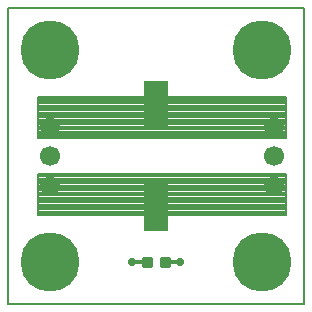
<source format=gtl>
G75*
%MOIN*%
%OFA0B0*%
%FSLAX25Y25*%
%IPPOS*%
%LPD*%
%AMOC8*
5,1,8,0,0,1.08239X$1,22.5*
%
%ADD10C,0.00600*%
%ADD11R,0.07874X0.16142*%
%ADD12C,0.06693*%
%ADD13C,0.00875*%
%ADD14C,0.00787*%
%ADD15C,0.01200*%
%ADD16C,0.02781*%
%ADD17C,0.19685*%
D10*
X0019207Y0001600D02*
X0019207Y0100025D01*
X0117633Y0100025D01*
X0117633Y0001600D01*
X0019207Y0001600D01*
D11*
X0068420Y0033687D03*
X0068420Y0067939D03*
D12*
X0032987Y0060655D03*
X0032987Y0050813D03*
X0032987Y0040970D03*
X0107790Y0040970D03*
X0107790Y0050813D03*
X0107790Y0060655D03*
D13*
X0072733Y0014067D02*
X0070107Y0014067D01*
X0070107Y0016693D01*
X0072733Y0016693D01*
X0072733Y0014067D01*
X0072733Y0014941D02*
X0070107Y0014941D01*
X0070107Y0015815D02*
X0072733Y0015815D01*
X0072733Y0016689D02*
X0070107Y0016689D01*
X0066733Y0014067D02*
X0064107Y0014067D01*
X0064107Y0016693D01*
X0066733Y0016693D01*
X0066733Y0014067D01*
X0066733Y0014941D02*
X0064107Y0014941D01*
X0064107Y0015815D02*
X0066733Y0015815D01*
X0066733Y0016689D02*
X0064107Y0016689D01*
D14*
X0029050Y0031128D02*
X0029050Y0044907D01*
X0111727Y0044907D01*
X0111727Y0031128D01*
X0029050Y0031128D01*
X0029050Y0031465D02*
X0111727Y0031465D01*
X0111727Y0032251D02*
X0029050Y0032251D01*
X0029050Y0033037D02*
X0111727Y0033037D01*
X0111727Y0033822D02*
X0029050Y0033822D01*
X0029050Y0034608D02*
X0111727Y0034608D01*
X0111727Y0035394D02*
X0029050Y0035394D01*
X0029050Y0036180D02*
X0111727Y0036180D01*
X0111727Y0036966D02*
X0029050Y0036966D01*
X0029050Y0037752D02*
X0111727Y0037752D01*
X0111727Y0038538D02*
X0029050Y0038538D01*
X0029050Y0039324D02*
X0111727Y0039324D01*
X0111727Y0040110D02*
X0029050Y0040110D01*
X0029050Y0040896D02*
X0111727Y0040896D01*
X0111727Y0041682D02*
X0029050Y0041682D01*
X0029050Y0042467D02*
X0111727Y0042467D01*
X0111727Y0043253D02*
X0029050Y0043253D01*
X0029050Y0044039D02*
X0111727Y0044039D01*
X0111727Y0044825D02*
X0029050Y0044825D01*
X0029050Y0056718D02*
X0111727Y0056718D01*
X0111727Y0070498D01*
X0029050Y0070498D01*
X0029050Y0056718D01*
X0029050Y0057400D02*
X0111727Y0057400D01*
X0111727Y0058186D02*
X0029050Y0058186D01*
X0029050Y0058972D02*
X0111727Y0058972D01*
X0111727Y0059758D02*
X0029050Y0059758D01*
X0029050Y0060543D02*
X0111727Y0060543D01*
X0111727Y0061329D02*
X0029050Y0061329D01*
X0029050Y0062115D02*
X0111727Y0062115D01*
X0111727Y0062901D02*
X0029050Y0062901D01*
X0029050Y0063687D02*
X0111727Y0063687D01*
X0111727Y0064473D02*
X0029050Y0064473D01*
X0029050Y0065259D02*
X0111727Y0065259D01*
X0111727Y0066045D02*
X0029050Y0066045D01*
X0029050Y0066831D02*
X0111727Y0066831D01*
X0111727Y0067617D02*
X0029050Y0067617D01*
X0029050Y0068403D02*
X0111727Y0068403D01*
X0111727Y0069189D02*
X0029050Y0069189D01*
X0029050Y0069974D02*
X0111727Y0069974D01*
D15*
X0076294Y0015380D02*
X0071420Y0015380D01*
X0065420Y0015380D02*
X0060546Y0015380D01*
D16*
X0060546Y0015380D03*
X0076294Y0015380D03*
D17*
X0103853Y0015380D03*
X0032987Y0015380D03*
X0032987Y0086246D03*
X0103853Y0086246D03*
M02*

</source>
